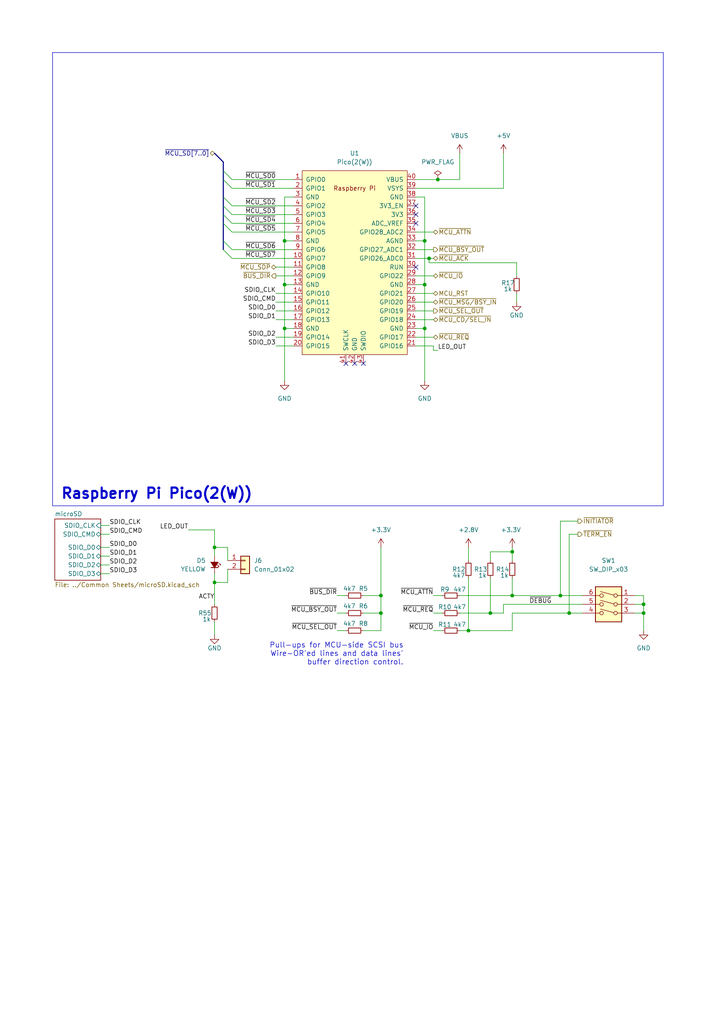
<source format=kicad_sch>
(kicad_sch (version 20250114) (generator "eeschema") (generator_version "9.0")
  (paper "A4" portrait)
  (title_block (title "GBSCSI2 Common Platform Core - Pico, Narrow") (date "2026-02-01") (rev "2.0") (comment 1 "Drawn by George R. M."))
  (lib_symbols
    (symbol "Connector_Generic:Conn_01x02" (pin_names (offset 1.016) (hide yes))
      (property "Reference" "J" (at 0 2.54 0))
      (property "Value" "Conn_01x02" (at 0 -5.08 0))
      (symbol "Conn_01x02_1_1"
        (rectangle (start -1.27 1.27) (end 1.27 -3.81) (stroke (width 0.254)) (fill (type background)))
        (rectangle (start -1.27 0.127) (end 0 -0.127) (stroke (width 0.1524)))
        (rectangle (start -1.27 -2.413) (end 0 -2.667) (stroke (width 0.1524)))
        (pin passive line (at -5.08 0 0) (length 3.81) (name "Pin_1") (number "1"))
        (pin passive line (at -5.08 -2.54 0) (length 3.81) (name "Pin_2") (number "2"))
      )
    )
    (symbol "Device:LED_Small_Filled" (pin_numbers (hide yes)) (pin_names (offset 0.254) (hide yes))
      (property "Reference" "D" (at -1.27 3.175 0))
      (property "Value" "LED_Small_Filled" (at -4.445 -2.54 0))
      (symbol "LED_Small_Filled_0_1"
        (polyline (pts (xy -0.762 -1.016) (xy -0.762 1.016)) (stroke (width 0.254)))
        (polyline (pts (xy 0 0.762) (xy -0.508 1.27) (xy -0.254 1.27) (xy -0.508 1.27) (xy -0.508 1.016)))
        (polyline (pts (xy 0.508 1.27) (xy 0 1.778) (xy 0.254 1.778) (xy 0 1.778) (xy 0 1.524)))
        (polyline (pts (xy 0.762 -1.016) (xy -0.762 0) (xy 0.762 1.016) (xy 0.762 -1.016)) (stroke (width 0.254)) (fill (type outline)))
        (polyline (pts (xy 1.016 0) (xy -0.762 0)))
      )
      (symbol "LED_Small_Filled_1_1"
        (pin passive line (at -2.54 0 0) (length 1.778) (name "K") (number "1"))
        (pin passive line (at 2.54 0 180) (length 1.778) (name "A") (number "2"))
      )
    )
    (symbol "Device:R_Small" (pin_numbers (hide yes)) (pin_names (offset 0.254) (hide yes))
      (property "Reference" "R" (at 0 0 90))
      (property "Value" "R_Small" (at 1.778 0 90))
      (symbol "R_Small_0_1"
        (rectangle (start -0.762 1.778) (end 0.762 -1.778) (stroke (width 0.2032)))
      )
      (symbol "R_Small_1_1"
        (pin passive line (at 0 2.54 270) (length 0.762) (name "~") (number "1"))
        (pin passive line (at 0 -2.54 90) (length 0.762) (name "~") (number "2"))
      )
    )
    (symbol "GBSCSI:Pico" (pin_names (offset 1.016))
      (property "Reference" "U" (at 0 30.3642 0))
      (property "Value" "Pico(2(W))" (at 0 27.94 0))
      (symbol "Pico_0_0"
        (text "Raspberry Pi" (at 0 21.59 0) (effects (font (size 1.27 1.27))))
      )
      (symbol "Pico_0_1"
        (rectangle (start -15.24 26.67) (end 15.24 -26.67) (fill (type background)))
      )
      (symbol "Pico_1_1"
        (pin bidirectional line (at -17.78 24.13 0) (length 2.54) (name "GPIO0") (number "1"))
        (pin bidirectional line (at -17.78 21.59 0) (length 2.54) (name "GPIO1") (number "2"))
        (pin power_in line (at -17.78 19.05 0) (length 2.54) (name "GND") (number "3"))
        (pin bidirectional line (at -17.78 16.51 0) (length 2.54) (name "GPIO2") (number "4"))
        (pin bidirectional line (at -17.78 13.97 0) (length 2.54) (name "GPIO3") (number "5"))
        (pin bidirectional line (at -17.78 11.43 0) (length 2.54) (name "GPIO4") (number "6"))
        (pin bidirectional line (at -17.78 8.89 0) (length 2.54) (name "GPIO5") (number "7"))
        (pin power_in line (at -17.78 6.35 0) (length 2.54) (name "GND") (number "8"))
        (pin bidirectional line (at -17.78 3.81 0) (length 2.54) (name "GPIO6") (number "9"))
        (pin bidirectional line (at -17.78 1.27 0) (length 2.54) (name "GPIO7") (number "10"))
        (pin bidirectional line (at -17.78 -1.27 0) (length 2.54) (name "GPIO8") (number "11"))
        (pin bidirectional line (at -17.78 -3.81 0) (length 2.54) (name "GPIO9") (number "12"))
        (pin power_in line (at -17.78 -6.35 0) (length 2.54) (name "GND") (number "13"))
        (pin bidirectional line (at -17.78 -8.89 0) (length 2.54) (name "GPIO10") (number "14"))
        (pin bidirectional line (at -17.78 -11.43 0) (length 2.54) (name "GPIO11") (number "15"))
        (pin bidirectional line (at -17.78 -13.97 0) (length 2.54) (name "GPIO12") (number "16"))
        (pin bidirectional line (at -17.78 -16.51 0) (length 2.54) (name "GPIO13") (number "17"))
        (pin power_in line (at -17.78 -19.05 0) (length 2.54) (name "GND") (number "18"))
        (pin bidirectional line (at -17.78 -21.59 0) (length 2.54) (name "GPIO14") (number "19"))
        (pin bidirectional line (at -17.78 -24.13 0) (length 2.54) (name "GPIO15") (number "20"))
        (pin input line (at -2.54 -29.21 90) (length 2.54) (name "SWCLK") (number "41"))
        (pin power_in line (at 0 -29.21 90) (length 2.54) (name "GND") (number "42"))
        (pin bidirectional line (at 2.54 -29.21 90) (length 2.54) (name "SWDIO") (number "43"))
        (pin power_in line (at 17.78 24.13 180) (length 2.54) (name "VBUS") (number "40"))
        (pin power_in line (at 17.78 21.59 180) (length 2.54) (name "VSYS") (number "39"))
        (pin power_in line (at 17.78 19.05 180) (length 2.54) (name "GND") (number "38"))
        (pin input line (at 17.78 16.51 180) (length 2.54) (name "3V3_EN") (number "37"))
        (pin power_in line (at 17.78 13.97 180) (length 2.54) (name "3V3") (number "36"))
        (pin power_in line (at 17.78 11.43 180) (length 2.54) (name "ADC_VREF") (number "35"))
        (pin bidirectional line (at 17.78 8.89 180) (length 2.54) (name "GPIO28_ADC2") (number "34"))
        (pin power_in line (at 17.78 6.35 180) (length 2.54) (name "AGND") (number "33"))
        (pin bidirectional line (at 17.78 3.81 180) (length 2.54) (name "GPIO27_ADC1") (number "32"))
        (pin bidirectional line (at 17.78 1.27 180) (length 2.54) (name "GPIO26_ADC0") (number "31"))
        (pin input line (at 17.78 -1.27 180) (length 2.54) (name "RUN") (number "30"))
        (pin bidirectional line (at 17.78 -3.81 180) (length 2.54) (name "GPIO22") (number "29"))
        (pin power_in line (at 17.78 -6.35 180) (length 2.54) (name "GND") (number "28"))
        (pin bidirectional line (at 17.78 -8.89 180) (length 2.54) (name "GPIO21") (number "27"))
        (pin bidirectional line (at 17.78 -11.43 180) (length 2.54) (name "GPIO20") (number "26"))
        (pin bidirectional line (at 17.78 -13.97 180) (length 2.54) (name "GPIO19") (number "25"))
        (pin bidirectional line (at 17.78 -16.51 180) (length 2.54) (name "GPIO18") (number "24"))
        (pin power_in line (at 17.78 -19.05 180) (length 2.54) (name "GND") (number "23"))
        (pin bidirectional line (at 17.78 -21.59 180) (length 2.54) (name "GPIO17") (number "22"))
        (pin bidirectional line (at 17.78 -24.13 180) (length 2.54) (name "GPIO16") (number "21"))
      )
    )
    (symbol "Switch:SW_DIP_x03" (pin_names (offset 0) (hide yes))
      (property "Reference" "SW" (at 0 6.35 0))
      (property "Value" "SW_DIP_x03" (at 0 -6.35 0))
      (symbol "SW_DIP_x03_0_0"
        (circle (center -2.032 2.54) (radius 0.508))
        (circle (center -2.032 0) (radius 0.508))
        (circle (center -2.032 -2.54) (radius 0.508))
        (polyline (pts (xy -1.524 2.667) (xy 2.3622 3.7084)))
        (polyline (pts (xy -1.524 0.127) (xy 2.3622 1.1684)))
        (polyline (pts (xy -1.524 -2.413) (xy 2.3622 -1.3716)))
        (circle (center 2.032 2.54) (radius 0.508))
        (circle (center 2.032 0) (radius 0.508))
        (circle (center 2.032 -2.54) (radius 0.508))
      )
      (symbol "SW_DIP_x03_0_1"
        (rectangle (start -3.81 5.08) (end 3.81 -5.08) (stroke (width 0.254)) (fill (type background)))
      )
      (symbol "SW_DIP_x03_1_1"
        (pin passive line (at -7.62 2.54 0) (length 5.08) (name "~") (number "1"))
        (pin passive line (at -7.62 0 0) (length 5.08) (name "~") (number "2"))
        (pin passive line (at -7.62 -2.54 0) (length 5.08) (name "~") (number "3"))
        (pin passive line (at 7.62 2.54 180) (length 5.08) (name "~") (number "6"))
        (pin passive line (at 7.62 0 180) (length 5.08) (name "~") (number "5"))
        (pin passive line (at 7.62 -2.54 180) (length 5.08) (name "~") (number "4"))
      )
    )
    (symbol "power:+2V8" (power) (pin_names (offset 0))
      (property "Value" "+2V8" (at 0 3.556 0))
      (symbol "+2V8_0_1"
        (polyline (pts (xy -0.762 1.27) (xy 0 2.54)))
        (polyline (pts (xy 0 2.54) (xy 0.762 1.27)))
        (polyline (pts (xy 0 0) (xy 0 2.54)))
      )
      (symbol "+2V8_1_1"
        (pin power_in line (at 0 0 90) (length 0) (hide yes) (name "+2V8") (number "1"))
      )
    )
    (symbol "power:+3.3V" (power) (pin_numbers (hide yes)) (pin_names (offset 0) (hide yes))
      (property "Value" "+3.3V" (at 0 3.556 0))
      (symbol "+3.3V_0_1"
        (polyline (pts (xy -0.762 1.27) (xy 0 2.54)))
        (polyline (pts (xy 0 2.54) (xy 0.762 1.27)))
        (polyline (pts (xy 0 0) (xy 0 2.54)))
      )
      (symbol "+3.3V_1_1"
        (pin power_in line (at 0 0 90) (length 0) (name "~") (number "1"))
      )
    )
    (symbol "power:+5V" (power) (pin_numbers (hide yes)) (pin_names (offset 0) (hide yes))
      (property "Value" "+5V" (at 0 3.556 0))
      (symbol "+5V_0_1"
        (polyline (pts (xy -0.762 1.27) (xy 0 2.54)))
        (polyline (pts (xy 0 2.54) (xy 0.762 1.27)))
        (polyline (pts (xy 0 0) (xy 0 2.54)))
      )
      (symbol "+5V_1_1"
        (pin power_in line (at 0 0 90) (length 0) (name "~") (number "1"))
      )
    )
    (symbol "power:GND" (power) (pin_numbers (hide yes)) (pin_names (offset 0) (hide yes))
      (property "Value" "GND" (at 0 -3.81 0))
      (symbol "GND_0_1"
        (polyline (pts (xy 0 0) (xy 0 -1.27) (xy 1.27 -1.27) (xy 0 -2.54) (xy -1.27 -1.27) (xy 0 -1.27)))
      )
      (symbol "GND_1_1"
        (pin power_in line (at 0 0 270) (length 0) (name "~") (number "1"))
      )
    )
    (symbol "power:PWR_FLAG" (power) (pin_numbers (hide yes)) (pin_names (offset 0) (hide yes))
      (property "Value" "PWR_FLAG" (at 0 3.81 0))
      (symbol "PWR_FLAG_0_0"
        (pin power_out line (at 0 0 90) (length 0) (name "~") (number "1"))
      )
      (symbol "PWR_FLAG_0_1"
        (polyline (pts (xy 0 0) (xy 0 1.27) (xy -1.016 1.905) (xy 0 2.54) (xy 1.016 1.905) (xy 0 1.27)))
      )
    )
    (symbol "power:VBUS" (power) (pin_numbers (hide yes)) (pin_names (offset 0) (hide yes))
      (property "Value" "VBUS" (at 0 3.556 0))
      (symbol "VBUS_0_1"
        (polyline (pts (xy -0.762 1.27) (xy 0 2.54)))
        (polyline (pts (xy 0 2.54) (xy 0.762 1.27)))
        (polyline (pts (xy 0 0) (xy 0 2.54)))
      )
      (symbol "VBUS_1_1"
        (pin power_in line (at 0 0 90) (length 0) (name "~") (number "1"))
      )
    )
  )
  (rectangle (start 15.24 15.24) (end 192.405 146.685))
  (text "Pull-ups for MCU-side SCSI bus\nWire-OR'ed lines and data lines'\nbuffer direction control." (at 117.094 193.04 0) (effects (font (size 1.524 1.524)) (justify right bottom)))
  (text "Raspberry Pi Pico(2(W))" (at 17.526 145.034 0) (effects (font (size 3 3) (thickness 0.6) (bold yes)) (justify left bottom)))
  (junction (at 127 52.07))
  (junction (at 110.49 172.72))
  (junction (at 123.19 95.25))
  (junction (at 135.89 182.88))
  (junction (at 165.1 177.8))
  (junction (at 62.23 158.75))
  (junction (at 186.69 177.8))
  (junction (at 62.23 168.91))
  (junction (at 82.55 95.25))
  (junction (at 148.59 172.72))
  (junction (at 124.46 74.93))
  (junction (at 123.19 82.55))
  (junction (at 123.19 69.85))
  (junction (at 82.55 69.85))
  (junction (at 82.55 82.55))
  (junction (at 162.56 172.72))
  (junction (at 148.59 160.02))
  (junction (at 110.49 177.8))
  (junction (at 142.24 177.8))
  (junction (at 186.69 175.26))
  (no_connect (at 105.41 105.41))
  (no_connect (at 120.65 64.77))
  (no_connect (at 100.33 105.41))
  (no_connect (at 120.65 59.69))
  (no_connect (at 102.87 105.41))
  (no_connect (at 120.65 77.47))
  (no_connect (at 120.65 62.23))
  (bus_entry (at 67.31 54.61) (size -2.54 -2.54))
  (bus_entry (at 67.31 64.77) (size -2.54 -2.54))
  (bus_entry (at 67.31 74.93) (size -2.54 -2.54))
  (bus_entry (at 67.31 72.39) (size -2.54 -2.54))
  (bus_entry (at 67.31 52.07) (size -2.54 -2.54))
  (bus_entry (at 67.31 62.23) (size -2.54 -2.54))
  (bus_entry (at 67.31 59.69) (size -2.54 -2.54))
  (bus_entry (at 67.31 67.31) (size -2.54 -2.54))
  (wire (pts (xy 148.59 172.72) (xy 162.56 172.72)))
  (wire (pts (xy 148.59 160.02) (xy 142.24 160.02)))
  (wire (pts (xy 85.09 59.69) (xy 67.31 59.69)))
  (wire (pts (xy 142.24 177.8) (xy 146.05 177.8)))
  (wire (pts (xy 165.1 154.94) (xy 165.1 177.8)))
  (wire (pts (xy 120.65 69.85) (xy 123.19 69.85)))
  (wire (pts (xy 80.01 100.33) (xy 85.09 100.33)))
  (wire (pts (xy 125.73 72.39) (xy 120.65 72.39)))
  (wire (pts (xy 127 101.6) (xy 125.73 101.6)))
  (wire (pts (xy 82.55 95.25) (xy 85.09 95.25)))
  (wire (pts (xy 80.01 87.63) (xy 85.09 87.63)))
  (wire (pts (xy 31.75 161.29) (xy 29.21 161.29)))
  (wire (pts (xy 186.69 175.26) (xy 184.15 175.26)))
  (wire (pts (xy 165.1 177.8) (xy 168.91 177.8)))
  (wire (pts (xy 62.23 180.34) (xy 62.23 184.15)))
  (wire (pts (xy 105.41 182.88) (xy 110.49 182.88)))
  (wire (pts (xy 142.24 167.64) (xy 142.24 177.8)))
  (wire (pts (xy 31.75 163.83) (xy 29.21 163.83)))
  (wire (pts (xy 82.55 69.85) (xy 85.09 69.85)))
  (bus (pts (xy 64.77 59.69) (xy 64.77 57.15)))
  (wire (pts (xy 148.59 177.8) (xy 165.1 177.8)))
  (wire (pts (xy 135.89 167.64) (xy 135.89 182.88)))
  (wire (pts (xy 31.75 152.4) (xy 29.21 152.4)))
  (wire (pts (xy 66.04 158.75) (xy 62.23 158.75)))
  (wire (pts (xy 148.59 172.72) (xy 133.35 172.72)))
  (wire (pts (xy 54.61 153.67) (xy 62.23 153.67)))
  (wire (pts (xy 148.59 167.64) (xy 148.59 172.72)))
  (wire (pts (xy 97.79 182.88) (xy 100.33 182.88)))
  (wire (pts (xy 125.73 87.63) (xy 120.65 87.63)))
  (wire (pts (xy 66.04 168.91) (xy 62.23 168.91)))
  (wire (pts (xy 85.09 74.93) (xy 67.31 74.93)))
  (bus (pts (xy 64.77 57.15) (xy 64.77 52.07)))
  (wire (pts (xy 123.19 95.25) (xy 123.19 110.49)))
  (wire (pts (xy 149.86 76.2) (xy 149.86 80.01)))
  (wire (pts (xy 66.04 168.91) (xy 66.04 165.1)))
  (wire (pts (xy 186.69 177.8) (xy 186.69 182.88)))
  (wire (pts (xy 31.75 158.75) (xy 29.21 158.75)))
  (wire (pts (xy 80.01 85.09) (xy 85.09 85.09)))
  (wire (pts (xy 146.05 44.45) (xy 146.05 54.61)))
  (bus (pts (xy 64.77 49.53) (xy 64.77 46.99)))
  (wire (pts (xy 82.55 69.85) (xy 82.55 82.55)))
  (wire (pts (xy 120.65 52.07) (xy 127 52.07)))
  (wire (pts (xy 125.73 74.93) (xy 124.46 74.93)))
  (wire (pts (xy 125.73 67.31) (xy 120.65 67.31)))
  (wire (pts (xy 85.09 62.23) (xy 67.31 62.23)))
  (wire (pts (xy 62.23 168.91) (xy 62.23 175.26)))
  (wire (pts (xy 125.73 177.8) (xy 128.27 177.8)))
  (wire (pts (xy 125.73 90.17) (xy 120.65 90.17)))
  (wire (pts (xy 85.09 72.39) (xy 67.31 72.39)))
  (bus (pts (xy 64.77 69.85) (xy 64.77 64.77)))
  (wire (pts (xy 120.65 54.61) (xy 146.05 54.61)))
  (wire (pts (xy 80.01 80.01) (xy 85.09 80.01)))
  (wire (pts (xy 125.73 101.6) (xy 125.73 100.33)))
  (wire (pts (xy 142.24 177.8) (xy 133.35 177.8)))
  (wire (pts (xy 125.73 80.01) (xy 120.65 80.01)))
  (wire (pts (xy 85.09 67.31) (xy 67.31 67.31)))
  (wire (pts (xy 62.23 153.67) (xy 62.23 158.75)))
  (wire (pts (xy 85.09 64.77) (xy 67.31 64.77)))
  (wire (pts (xy 123.19 82.55) (xy 123.19 95.25)))
  (wire (pts (xy 123.19 69.85) (xy 123.19 82.55)))
  (wire (pts (xy 162.56 151.13) (xy 162.56 172.72)))
  (bus (pts (xy 64.77 72.39) (xy 64.77 69.85)))
  (wire (pts (xy 80.01 77.47) (xy 85.09 77.47)))
  (wire (pts (xy 62.23 166.37) (xy 62.23 168.91)))
  (wire (pts (xy 135.89 182.88) (xy 148.59 182.88)))
  (wire (pts (xy 82.55 57.15) (xy 82.55 69.85)))
  (wire (pts (xy 80.01 92.71) (xy 85.09 92.71)))
  (wire (pts (xy 105.41 172.72) (xy 110.49 172.72)))
  (wire (pts (xy 66.04 162.56) (xy 66.04 158.75)))
  (wire (pts (xy 149.86 85.09) (xy 149.86 87.63)))
  (wire (pts (xy 120.65 82.55) (xy 123.19 82.55)))
  (wire (pts (xy 186.69 172.72) (xy 186.69 175.26)))
  (wire (pts (xy 120.65 57.15) (xy 123.19 57.15)))
  (wire (pts (xy 100.33 172.72) (xy 97.79 172.72)))
  (wire (pts (xy 148.59 160.02) (xy 148.59 162.56)))
  (wire (pts (xy 120.65 95.25) (xy 123.19 95.25)))
  (wire (pts (xy 110.49 182.88) (xy 110.49 177.8)))
  (wire (pts (xy 85.09 52.07) (xy 67.31 52.07)))
  (wire (pts (xy 125.73 85.09) (xy 120.65 85.09)))
  (wire (pts (xy 110.49 158.75) (xy 110.49 172.72)))
  (wire (pts (xy 133.35 182.88) (xy 135.89 182.88)))
  (wire (pts (xy 184.15 172.72) (xy 186.69 172.72)))
  (bus (pts (xy 64.77 46.99) (xy 62.23 44.45)))
  (wire (pts (xy 128.27 182.88) (xy 125.73 182.88)))
  (wire (pts (xy 125.73 172.72) (xy 128.27 172.72)))
  (wire (pts (xy 135.89 158.75) (xy 135.89 162.56)))
  (bus (pts (xy 64.77 64.77) (xy 64.77 62.23)))
  (wire (pts (xy 100.33 177.8) (xy 97.79 177.8)))
  (wire (pts (xy 110.49 172.72) (xy 110.49 177.8)))
  (wire (pts (xy 62.23 158.75) (xy 62.23 161.29)))
  (wire (pts (xy 146.05 175.26) (xy 146.05 177.8)))
  (wire (pts (xy 31.75 154.94) (xy 29.21 154.94)))
  (wire (pts (xy 82.55 95.25) (xy 82.55 110.49)))
  (wire (pts (xy 105.41 177.8) (xy 110.49 177.8)))
  (wire (pts (xy 186.69 175.26) (xy 186.69 177.8)))
  (wire (pts (xy 148.59 182.88) (xy 148.59 177.8)))
  (wire (pts (xy 124.46 74.93) (xy 124.46 76.2)))
  (wire (pts (xy 80.01 97.79) (xy 85.09 97.79)))
  (wire (pts (xy 146.05 175.26) (xy 168.91 175.26)))
  (wire (pts (xy 186.69 177.8) (xy 184.15 177.8)))
  (wire (pts (xy 124.46 76.2) (xy 149.86 76.2)))
  (wire (pts (xy 85.09 54.61) (xy 67.31 54.61)))
  (bus (pts (xy 64.77 62.23) (xy 64.77 59.69)))
  (wire (pts (xy 142.24 162.56) (xy 142.24 160.02)))
  (wire (pts (xy 165.1 154.94) (xy 167.64 154.94)))
  (wire (pts (xy 80.01 90.17) (xy 85.09 90.17)))
  (wire (pts (xy 125.73 97.79) (xy 120.65 97.79)))
  (wire (pts (xy 127 52.07) (xy 133.35 52.07)))
  (wire (pts (xy 124.46 74.93) (xy 120.65 74.93)))
  (wire (pts (xy 123.19 57.15) (xy 123.19 69.85)))
  (bus (pts (xy 64.77 49.53) (xy 64.77 52.07)))
  (wire (pts (xy 82.55 57.15) (xy 85.09 57.15)))
  (wire (pts (xy 82.55 82.55) (xy 82.55 95.25)))
  (wire (pts (xy 162.56 151.13) (xy 167.64 151.13)))
  (wire (pts (xy 148.59 158.75) (xy 148.59 160.02)))
  (wire (pts (xy 31.75 166.37) (xy 29.21 166.37)))
  (wire (pts (xy 162.56 172.72) (xy 168.91 172.72)))
  (wire (pts (xy 125.73 92.71) (xy 120.65 92.71)))
  (wire (pts (xy 82.55 82.55) (xy 85.09 82.55)))
  (wire (pts (xy 120.65 100.33) (xy 125.73 100.33)))
  (wire (pts (xy 133.35 44.45) (xy 133.35 52.07)))
  (label "ACTY" (at 62.23 173.99 180))
  (label "SDIO_D2" (at 31.75 163.83 0))
  (label "SDIO_CMD" (at 80.01 87.63 180))
  (label "LED_OUT" (at 127 101.6 0))
  (label "SDIO_D0" (at 31.75 158.75 0))
  (label "~{DEBUG}" (at 160.02 175.26 180))
  (label "~{MCU_IO}" (at 125.73 182.88 180))
  (label "~{MCU_SEL_OUT}" (at 97.79 182.88 180))
  (label "SDIO_D1" (at 80.01 92.71 180))
  (label "SDIO_D3" (at 80.01 100.33 180))
  (label "SDIO_D0" (at 80.01 90.17 180))
  (label "~{MCU_SD5}" (at 71.12 67.31 0))
  (label "SDIO_CLK" (at 80.01 85.09 180))
  (label "SDIO_D1" (at 31.75 161.29 0))
  (label "SDIO_D3" (at 31.75 166.37 0))
  (label "~{MCU_SD0}" (at 71.12 52.07 0))
  (label "~{MCU_SD4}" (at 71.12 64.77 0))
  (label "~{MCU_SD3}" (at 71.12 62.23 0))
  (label "SDIO_D2" (at 80.01 97.79 180))
  (label "~{MCU_SD1}" (at 71.12 54.61 0))
  (label "~{MCU_REQ}" (at 125.73 177.8 180))
  (label "SDIO_CLK" (at 31.75 152.4 0))
  (label "~{MCU_SD7}" (at 71.12 74.93 0))
  (label "SDIO_CMD" (at 31.75 154.94 0))
  (label "~{MCU_SD6}" (at 71.12 72.39 0))
  (label "~{BUS_DIR}" (at 97.79 172.72 180))
  (label "LED_OUT" (at 54.61 153.67 180))
  (label "~{MCU_SD2}" (at 71.12 59.69 0))
  (label "~{MCU_ATTN}" (at 125.73 172.72 180))
  (label "~{MCU_BSY_OUT}" (at 97.79 177.8 180))
  (hierarchical_label "~{MCU_BSY_OUT}" (shape output) (at 125.73 72.39 0))
  (hierarchical_label "~{BUS_DIR}" (shape output) (at 80.01 80.01 180))
  (hierarchical_label "~{MCU_ACK}" (shape bidirectional) (at 125.73 74.93 0))
  (hierarchical_label "~{MCU_IO}" (shape bidirectional) (at 125.73 80.01 0))
  (hierarchical_label "~{TERM_EN}" (shape output) (at 167.64 154.94 0))
  (hierarchical_label "MCU_RST" (shape bidirectional) (at 125.73 85.09 0))
  (hierarchical_label "~{MCU_CD{slash}SEL_IN}" (shape bidirectional) (at 125.73 92.71 0))
  (hierarchical_label "~{MCU_SD[7..0]}" (shape bidirectional) (at 62.23 44.45 180))
  (hierarchical_label "~{MCU_SDP}" (shape bidirectional) (at 80.01 77.47 180))
  (hierarchical_label "~{MCU_SEL_OUT}" (shape output) (at 125.73 90.17 0))
  (hierarchical_label "~{MCU_ATTN}" (shape bidirectional) (at 125.73 67.31 0))
  (hierarchical_label "~{MCU_MSG{slash}BSY_IN}" (shape bidirectional) (at 125.73 87.63 0))
  (hierarchical_label "~{INITIATOR}" (shape output) (at 167.64 151.13 0))
  (hierarchical_label "~{MCU_REQ}" (shape bidirectional) (at 125.73 97.79 0))
  (symbol (lib_id "Device:LED_Small_Filled") (at 62.23 163.83 270) (mirror x) (unit 1)
    (property "Reference" "D5" (at 59.69 162.56 90) (effects (justify right)))
    (property "Value" "YELLOW" (at 59.69 165.0365 90) (effects (justify right)))
    (property "Footprint" "LED_SMD:LED_0603_1608Metric" (effects (hide yes)))
    (property "LCSC" "C72038" (effects (hide yes)))
    (property "Sim.Pins" "1=K 2=A" (effects (hide yes)))
  )
  (symbol (lib_id "Device:R_Small") (at 130.81 177.8 270) (mirror x) (unit 1)
    (property "Reference" "R10" (at 129.032 176.022 90))
    (property "Value" "4k7" (at 133.35 176.022 90))
    (property "Footprint" "Resistor_SMD:R_0603_1608Metric" (effects (hide yes)))
    (property "LCSC" "C23162" (effects (hide yes)))
    (property "LCSC Part #" "C23162" (effects (hide yes)))
  )
  (symbol (lib_id "power:+5V") (at 146.05 44.45 0) (unit 1)
    (property "Reference" "#PWR02" (effects (hide yes)))
    (property "Value" "+5V" (at 146.05 39.37 0))
  )
  (symbol (lib_id "power:+3.3V") (at 148.59 158.75 0) (mirror y) (unit 1)
    (property "Reference" "#PWR021" (effects (hide yes)))
    (property "Value" "+3.3V" (at 151.13 153.67 0) (effects (justify left)))
    (property "Description" "Power symbol creates a global label with name \"+3.3V\"" (effects (hide yes)))
  )
  (symbol (lib_id "power:GND") (at 123.19 110.49 0) (mirror y) (unit 1)
    (property "Reference" "#PWR03" (effects (hide yes)))
    (property "Value" "GND" (at 123.19 115.57 0))
  )
  (symbol (lib_id "power:GND") (at 149.86 87.63 0) (unit 1)
    (property "Reference" "#PWR023" (effects (hide yes)))
    (property "Value" "GND" (at 149.86 91.44 0))
  )
  (symbol (lib_id "Device:R_Small") (at 102.87 177.8 270) (unit 1)
    (property "Reference" "R6" (at 105.41 175.768 90))
    (property "Value" "4k7" (at 101.346 175.768 90))
    (property "Footprint" "Resistor_SMD:R_0603_1608Metric" (effects (hide yes)))
    (property "LCSC" "C23162" (effects (hide yes)))
    (property "LCSC Part #" "C23162" (effects (hide yes)))
  )
  (symbol (lib_id "Device:R_Small") (at 62.23 177.8 0) (mirror y) (unit 1)
    (property "Reference" "R55" (at 59.436 177.8 0))
    (property "Value" "1k" (at 59.944 179.578 0))
    (property "Footprint" "Resistor_SMD:R_0603_1608Metric" (effects (hide yes)))
    (property "LCSC" "C21190" (effects (hide yes)))
    (property "LCSC Part #" "C21190" (effects (hide yes)))
  )
  (symbol (lib_id "Device:R_Small") (at 130.81 172.72 270) (mirror x) (unit 1)
    (property "Reference" "R9" (at 129.032 170.942 90))
    (property "Value" "4k7" (at 133.35 170.942 90))
    (property "Footprint" "Resistor_SMD:R_0603_1608Metric" (effects (hide yes)))
    (property "LCSC" "C23162" (effects (hide yes)))
    (property "LCSC Part #" "C23162" (effects (hide yes)))
  )
  (symbol (lib_id "power:GND") (at 82.55 110.49 0) (mirror y) (unit 1)
    (property "Reference" "#PWR04" (effects (hide yes)))
    (property "Value" "GND" (at 82.55 115.57 0))
  )
  (symbol (lib_id "power:+3.3V") (at 110.49 158.75 0) (mirror y) (unit 1)
    (property "Reference" "#PWR017" (effects (hide yes)))
    (property "Value" "+3.3V" (at 110.49 153.67 0))
    (property "Description" "Power symbol creates a global label with name \"+3.3V\"" (effects (hide yes)))
  )
  (symbol (lib_id "power:PWR_FLAG") (at 127 52.07 0) (unit 1)
    (property "Reference" "#FLG05" (effects (hide yes)))
    (property "Value" "PWR_FLAG" (at 127 46.99 0))
    (property "Description" "Special symbol for telling ERC where power comes from" (effects (hide yes)))
  )
  (symbol (lib_id "Device:R_Small") (at 142.24 165.1 0) (mirror y) (unit 1)
    (property "Reference" "R13" (at 139.446 165.1 0))
    (property "Value" "1k" (at 139.954 166.878 0))
    (property "Footprint" "Resistor_SMD:R_0603_1608Metric" (effects (hide yes)))
    (property "LCSC" "C21190" (effects (hide yes)))
    (property "LCSC Part #" "C21190" (effects (hide yes)))
  )
  (symbol (lib_id "power:GND") (at 62.23 184.15 0) (unit 1)
    (property "Reference" "#PWR022" (effects (hide yes)))
    (property "Value" "GND" (at 62.23 187.96 0))
  )
  (symbol (lib_id "Device:R_Small") (at 149.86 82.55 0) (mirror y) (unit 1)
    (property "Reference" "R17" (at 147.32 82.042 0))
    (property "Value" "1k" (at 147.32 83.82 0))
    (property "Footprint" "Resistor_SMD:R_0603_1608Metric" (effects (hide yes)))
    (property "LCSC" "C21190" (effects (hide yes)))
    (property "LCSC Part #" "C21190" (effects (hide yes)))
  )
  (symbol (lib_id "Device:R_Small") (at 102.87 182.88 270) (unit 1)
    (property "Reference" "R8" (at 105.41 180.848 90))
    (property "Value" "4k7" (at 101.346 180.848 90))
    (property "Footprint" "Resistor_SMD:R_0603_1608Metric" (effects (hide yes)))
    (property "LCSC" "C23162" (effects (hide yes)))
    (property "LCSC Part #" "C23162" (effects (hide yes)))
  )
  (symbol (lib_id "power:VBUS") (at 133.35 44.45 0) (unit 1)
    (property "Reference" "#PWR01" (effects (hide yes)))
    (property "Value" "VBUS" (at 133.35 39.37 0))
    (property "Description" "Power symbol creates a global label with name \"VBUS\"" (effects (hide yes)))
  )
  (symbol (lib_id "power:+2V8") (at 135.89 158.75 0) (mirror y) (unit 1)
    (property "Reference" "#PWR020" (effects (hide yes)))
    (property "Value" "+2.8V" (at 135.89 153.67 0))
  )
  (symbol (lib_id "power:GND") (at 186.69 182.88 0) (mirror y) (unit 1)
    (property "Reference" "#PWR024" (effects (hide yes)))
    (property "Value" "GND" (at 186.69 187.96 0))
  )
  (symbol (lib_id "GBSCSI:Pico") (at 102.87 76.2 0) (unit 1)
    (property "Reference" "U1" (at 102.87 44.45 0))
    (property "Value" "Pico(2(W))" (at 102.87 46.99 0))
    (property "Footprint" "GBSCSI:RPi_Pico_W_SMD_TH" (effects (hide yes)))
    (property "LCSC" "C7203003" (effects (hide yes)))
  )
  (symbol (lib_id "Device:R_Small") (at 130.81 182.88 270) (mirror x) (unit 1)
    (property "Reference" "R11" (at 129.032 181.102 90))
    (property "Value" "4k7" (at 133.35 181.102 90))
    (property "Footprint" "Resistor_SMD:R_0603_1608Metric" (effects (hide yes)))
    (property "LCSC" "C23162" (effects (hide yes)))
    (property "LCSC Part #" "C23162" (effects (hide yes)))
  )
  (symbol (lib_id "Device:R_Small") (at 102.87 172.72 270) (unit 1)
    (property "Reference" "R5" (at 105.41 170.688 90))
    (property "Value" "4k7" (at 101.346 170.688 90))
    (property "Footprint" "Resistor_SMD:R_0603_1608Metric" (effects (hide yes)))
    (property "LCSC" "C23162" (effects (hide yes)))
    (property "LCSC Part #" "C23162" (effects (hide yes)))
  )
  (symbol (lib_id "Device:R_Small") (at 135.89 165.1 0) (mirror y) (unit 1)
    (property "Reference" "R12" (at 133.096 165.1 0))
    (property "Value" "4k7" (at 133.096 166.878 0))
    (property "Footprint" "Resistor_SMD:R_0603_1608Metric" (effects (hide yes)))
    (property "LCSC" "C23162" (effects (hide yes)))
    (property "LCSC Part #" "C23162" (effects (hide yes)))
  )
  (symbol (lib_id "Connector_Generic:Conn_01x02") (at 71.12 162.56 0) (unit 1)
    (property "Reference" "J6" (at 73.66 162.5599 0) (effects (justify left)))
    (property "Value" "Conn_01x02" (at 73.66 165.0999 0) (effects (justify left)))
    (property "Footprint" "Connector_PinHeader_2.54mm:PinHeader_1x02_P2.54mm_Vertical" (effects (hide yes)))
    (property "LCSC" "N/A" (effects (hide yes)))
  )
  (symbol (lib_id "Device:R_Small") (at 148.59 165.1 0) (mirror y) (unit 1)
    (property "Reference" "R14" (at 145.796 165.1 0))
    (property "Value" "1k" (at 146.304 166.878 0))
    (property "Footprint" "Resistor_SMD:R_0603_1608Metric" (effects (hide yes)))
    (property "LCSC" "C21190" (effects (hide yes)))
    (property "LCSC Part #" "C21190" (effects (hide yes)))
  )
  (symbol (lib_id "Switch:SW_DIP_x03") (at 176.53 175.26 0) (mirror y) (unit 1)
    (property "Reference" "SW1" (at 176.53 162.56 0))
    (property "Value" "SW_DIP_x03" (at 176.53 165.1 0))
    (property "Footprint" "Button_Switch_SMD:SW_DIP_SPSTx03_Slide_6.7x9.18mm_W8.61mm_P2.54mm_LowProfile" (effects (hide yes)))
    (property "LCSC" "C2842910" (effects (hide yes)))
  )
  (sheet (at 15.875 150.495) (size 13.335 17.78) (stroke (width 0.1524))
    (property "Sheetname" "microSD" (at 15.875 149.7834 0) (effects (justify left bottom)))
    (property "Sheetfile" "../Common Sheets/microSD.kicad_sch" (at 15.875 168.8596 0) (effects (justify left top)))
    (pin "SDIO_CLK" input (at 29.21 152.4 0))
    (pin "SDIO_CMD" bidirectional (at 29.21 154.94 0))
    (pin "SDIO_D0" bidirectional (at 29.21 158.75 0))
    (pin "SDIO_D1" bidirectional (at 29.21 161.29 0))
    (pin "SDIO_D2" bidirectional (at 29.21 163.83 0))
    (pin "SDIO_D3" bidirectional (at 29.21 166.37 0))
  )
)
</source>
